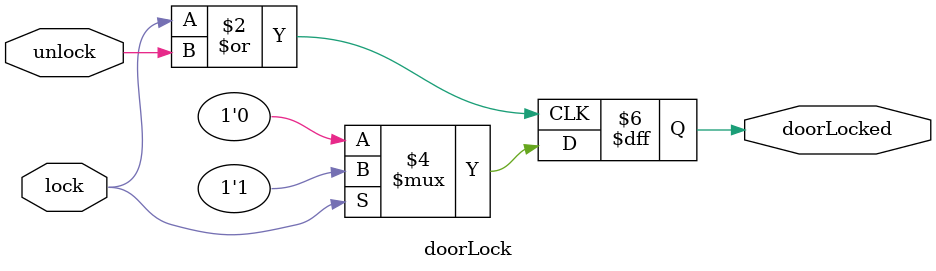
<source format=v>
module doorLock(
    input lock,
    input unlock,
    
    output reg doorLocked
);

    always @(posedge lock | unlock) begin
        if (lock)
            doorLocked = 1;
        else
            doorLocked = 0;
    end

endmodule
</source>
